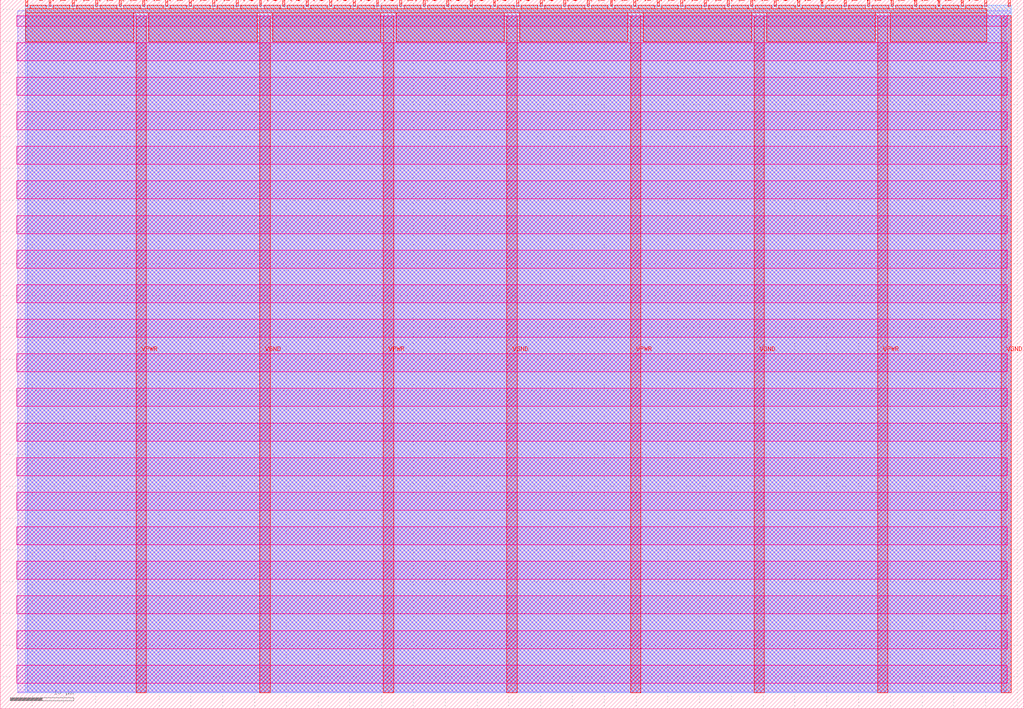
<source format=lef>
VERSION 5.7 ;
  NOWIREEXTENSIONATPIN ON ;
  DIVIDERCHAR "/" ;
  BUSBITCHARS "[]" ;
MACRO tt_um_wokwi_399163158804194305
  CLASS BLOCK ;
  FOREIGN tt_um_wokwi_399163158804194305 ;
  ORIGIN 0.000 0.000 ;
  SIZE 161.000 BY 111.520 ;
  PIN VGND
    DIRECTION INOUT ;
    USE GROUND ;
    PORT
      LAYER met4 ;
        RECT 40.830 2.480 42.430 109.040 ;
    END
    PORT
      LAYER met4 ;
        RECT 79.700 2.480 81.300 109.040 ;
    END
    PORT
      LAYER met4 ;
        RECT 118.570 2.480 120.170 109.040 ;
    END
    PORT
      LAYER met4 ;
        RECT 157.440 2.480 159.040 109.040 ;
    END
  END VGND
  PIN VPWR
    DIRECTION INOUT ;
    USE POWER ;
    PORT
      LAYER met4 ;
        RECT 21.395 2.480 22.995 109.040 ;
    END
    PORT
      LAYER met4 ;
        RECT 60.265 2.480 61.865 109.040 ;
    END
    PORT
      LAYER met4 ;
        RECT 99.135 2.480 100.735 109.040 ;
    END
    PORT
      LAYER met4 ;
        RECT 138.005 2.480 139.605 109.040 ;
    END
  END VPWR
  PIN clk
    DIRECTION INPUT ;
    USE SIGNAL ;
    ANTENNAGATEAREA 0.852000 ;
    PORT
      LAYER met4 ;
        RECT 154.870 110.520 155.170 111.520 ;
    END
  END clk
  PIN ena
    DIRECTION INPUT ;
    USE SIGNAL ;
    PORT
      LAYER met4 ;
        RECT 158.550 110.520 158.850 111.520 ;
    END
  END ena
  PIN rst_n
    DIRECTION INPUT ;
    USE SIGNAL ;
    PORT
      LAYER met4 ;
        RECT 151.190 110.520 151.490 111.520 ;
    END
  END rst_n
  PIN ui_in[0]
    DIRECTION INPUT ;
    USE SIGNAL ;
    ANTENNAGATEAREA 0.196500 ;
    PORT
      LAYER met4 ;
        RECT 147.510 110.520 147.810 111.520 ;
    END
  END ui_in[0]
  PIN ui_in[1]
    DIRECTION INPUT ;
    USE SIGNAL ;
    ANTENNAGATEAREA 0.196500 ;
    PORT
      LAYER met4 ;
        RECT 143.830 110.520 144.130 111.520 ;
    END
  END ui_in[1]
  PIN ui_in[2]
    DIRECTION INPUT ;
    USE SIGNAL ;
    ANTENNAGATEAREA 0.196500 ;
    PORT
      LAYER met4 ;
        RECT 140.150 110.520 140.450 111.520 ;
    END
  END ui_in[2]
  PIN ui_in[3]
    DIRECTION INPUT ;
    USE SIGNAL ;
    ANTENNAGATEAREA 0.196500 ;
    PORT
      LAYER met4 ;
        RECT 136.470 110.520 136.770 111.520 ;
    END
  END ui_in[3]
  PIN ui_in[4]
    DIRECTION INPUT ;
    USE SIGNAL ;
    ANTENNAGATEAREA 0.196500 ;
    PORT
      LAYER met4 ;
        RECT 132.790 110.520 133.090 111.520 ;
    END
  END ui_in[4]
  PIN ui_in[5]
    DIRECTION INPUT ;
    USE SIGNAL ;
    ANTENNAGATEAREA 0.196500 ;
    PORT
      LAYER met4 ;
        RECT 129.110 110.520 129.410 111.520 ;
    END
  END ui_in[5]
  PIN ui_in[6]
    DIRECTION INPUT ;
    USE SIGNAL ;
    ANTENNAGATEAREA 0.196500 ;
    PORT
      LAYER met4 ;
        RECT 125.430 110.520 125.730 111.520 ;
    END
  END ui_in[6]
  PIN ui_in[7]
    DIRECTION INPUT ;
    USE SIGNAL ;
    ANTENNAGATEAREA 0.196500 ;
    PORT
      LAYER met4 ;
        RECT 121.750 110.520 122.050 111.520 ;
    END
  END ui_in[7]
  PIN uio_in[0]
    DIRECTION INPUT ;
    USE SIGNAL ;
    ANTENNAGATEAREA 0.196500 ;
    PORT
      LAYER met4 ;
        RECT 118.070 110.520 118.370 111.520 ;
    END
  END uio_in[0]
  PIN uio_in[1]
    DIRECTION INPUT ;
    USE SIGNAL ;
    PORT
      LAYER met4 ;
        RECT 114.390 110.520 114.690 111.520 ;
    END
  END uio_in[1]
  PIN uio_in[2]
    DIRECTION INPUT ;
    USE SIGNAL ;
    PORT
      LAYER met4 ;
        RECT 110.710 110.520 111.010 111.520 ;
    END
  END uio_in[2]
  PIN uio_in[3]
    DIRECTION INPUT ;
    USE SIGNAL ;
    PORT
      LAYER met4 ;
        RECT 107.030 110.520 107.330 111.520 ;
    END
  END uio_in[3]
  PIN uio_in[4]
    DIRECTION INPUT ;
    USE SIGNAL ;
    PORT
      LAYER met4 ;
        RECT 103.350 110.520 103.650 111.520 ;
    END
  END uio_in[4]
  PIN uio_in[5]
    DIRECTION INPUT ;
    USE SIGNAL ;
    PORT
      LAYER met4 ;
        RECT 99.670 110.520 99.970 111.520 ;
    END
  END uio_in[5]
  PIN uio_in[6]
    DIRECTION INPUT ;
    USE SIGNAL ;
    PORT
      LAYER met4 ;
        RECT 95.990 110.520 96.290 111.520 ;
    END
  END uio_in[6]
  PIN uio_in[7]
    DIRECTION INPUT ;
    USE SIGNAL ;
    PORT
      LAYER met4 ;
        RECT 92.310 110.520 92.610 111.520 ;
    END
  END uio_in[7]
  PIN uio_oe[0]
    DIRECTION OUTPUT TRISTATE ;
    USE SIGNAL ;
    PORT
      LAYER met4 ;
        RECT 29.750 110.520 30.050 111.520 ;
    END
  END uio_oe[0]
  PIN uio_oe[1]
    DIRECTION OUTPUT TRISTATE ;
    USE SIGNAL ;
    PORT
      LAYER met4 ;
        RECT 26.070 110.520 26.370 111.520 ;
    END
  END uio_oe[1]
  PIN uio_oe[2]
    DIRECTION OUTPUT TRISTATE ;
    USE SIGNAL ;
    PORT
      LAYER met4 ;
        RECT 22.390 110.520 22.690 111.520 ;
    END
  END uio_oe[2]
  PIN uio_oe[3]
    DIRECTION OUTPUT TRISTATE ;
    USE SIGNAL ;
    PORT
      LAYER met4 ;
        RECT 18.710 110.520 19.010 111.520 ;
    END
  END uio_oe[3]
  PIN uio_oe[4]
    DIRECTION OUTPUT TRISTATE ;
    USE SIGNAL ;
    PORT
      LAYER met4 ;
        RECT 15.030 110.520 15.330 111.520 ;
    END
  END uio_oe[4]
  PIN uio_oe[5]
    DIRECTION OUTPUT TRISTATE ;
    USE SIGNAL ;
    PORT
      LAYER met4 ;
        RECT 11.350 110.520 11.650 111.520 ;
    END
  END uio_oe[5]
  PIN uio_oe[6]
    DIRECTION OUTPUT TRISTATE ;
    USE SIGNAL ;
    PORT
      LAYER met4 ;
        RECT 7.670 110.520 7.970 111.520 ;
    END
  END uio_oe[6]
  PIN uio_oe[7]
    DIRECTION OUTPUT TRISTATE ;
    USE SIGNAL ;
    PORT
      LAYER met4 ;
        RECT 3.990 110.520 4.290 111.520 ;
    END
  END uio_oe[7]
  PIN uio_out[0]
    DIRECTION OUTPUT TRISTATE ;
    USE SIGNAL ;
    PORT
      LAYER met4 ;
        RECT 59.190 110.520 59.490 111.520 ;
    END
  END uio_out[0]
  PIN uio_out[1]
    DIRECTION OUTPUT TRISTATE ;
    USE SIGNAL ;
    PORT
      LAYER met4 ;
        RECT 55.510 110.520 55.810 111.520 ;
    END
  END uio_out[1]
  PIN uio_out[2]
    DIRECTION OUTPUT TRISTATE ;
    USE SIGNAL ;
    PORT
      LAYER met4 ;
        RECT 51.830 110.520 52.130 111.520 ;
    END
  END uio_out[2]
  PIN uio_out[3]
    DIRECTION OUTPUT TRISTATE ;
    USE SIGNAL ;
    PORT
      LAYER met4 ;
        RECT 48.150 110.520 48.450 111.520 ;
    END
  END uio_out[3]
  PIN uio_out[4]
    DIRECTION OUTPUT TRISTATE ;
    USE SIGNAL ;
    ANTENNADIFFAREA 0.795200 ;
    PORT
      LAYER met4 ;
        RECT 44.470 110.520 44.770 111.520 ;
    END
  END uio_out[4]
  PIN uio_out[5]
    DIRECTION OUTPUT TRISTATE ;
    USE SIGNAL ;
    ANTENNADIFFAREA 0.445500 ;
    PORT
      LAYER met4 ;
        RECT 40.790 110.520 41.090 111.520 ;
    END
  END uio_out[5]
  PIN uio_out[6]
    DIRECTION OUTPUT TRISTATE ;
    USE SIGNAL ;
    PORT
      LAYER met4 ;
        RECT 37.110 110.520 37.410 111.520 ;
    END
  END uio_out[6]
  PIN uio_out[7]
    DIRECTION OUTPUT TRISTATE ;
    USE SIGNAL ;
    PORT
      LAYER met4 ;
        RECT 33.430 110.520 33.730 111.520 ;
    END
  END uio_out[7]
  PIN uo_out[0]
    DIRECTION OUTPUT TRISTATE ;
    USE SIGNAL ;
    ANTENNADIFFAREA 0.445500 ;
    PORT
      LAYER met4 ;
        RECT 88.630 110.520 88.930 111.520 ;
    END
  END uo_out[0]
  PIN uo_out[1]
    DIRECTION OUTPUT TRISTATE ;
    USE SIGNAL ;
    ANTENNADIFFAREA 0.445500 ;
    PORT
      LAYER met4 ;
        RECT 84.950 110.520 85.250 111.520 ;
    END
  END uo_out[1]
  PIN uo_out[2]
    DIRECTION OUTPUT TRISTATE ;
    USE SIGNAL ;
    ANTENNADIFFAREA 0.795200 ;
    PORT
      LAYER met4 ;
        RECT 81.270 110.520 81.570 111.520 ;
    END
  END uo_out[2]
  PIN uo_out[3]
    DIRECTION OUTPUT TRISTATE ;
    USE SIGNAL ;
    ANTENNADIFFAREA 0.795200 ;
    PORT
      LAYER met4 ;
        RECT 77.590 110.520 77.890 111.520 ;
    END
  END uo_out[3]
  PIN uo_out[4]
    DIRECTION OUTPUT TRISTATE ;
    USE SIGNAL ;
    ANTENNADIFFAREA 0.445500 ;
    PORT
      LAYER met4 ;
        RECT 73.910 110.520 74.210 111.520 ;
    END
  END uo_out[4]
  PIN uo_out[5]
    DIRECTION OUTPUT TRISTATE ;
    USE SIGNAL ;
    ANTENNADIFFAREA 0.445500 ;
    PORT
      LAYER met4 ;
        RECT 70.230 110.520 70.530 111.520 ;
    END
  END uo_out[5]
  PIN uo_out[6]
    DIRECTION OUTPUT TRISTATE ;
    USE SIGNAL ;
    ANTENNADIFFAREA 0.445500 ;
    PORT
      LAYER met4 ;
        RECT 66.550 110.520 66.850 111.520 ;
    END
  END uo_out[6]
  PIN uo_out[7]
    DIRECTION OUTPUT TRISTATE ;
    USE SIGNAL ;
    ANTENNADIFFAREA 0.445500 ;
    PORT
      LAYER met4 ;
        RECT 62.870 110.520 63.170 111.520 ;
    END
  END uo_out[7]
  OBS
      LAYER nwell ;
        RECT 2.570 107.385 158.430 108.990 ;
        RECT 2.570 101.945 158.430 104.775 ;
        RECT 2.570 96.505 158.430 99.335 ;
        RECT 2.570 91.065 158.430 93.895 ;
        RECT 2.570 85.625 158.430 88.455 ;
        RECT 2.570 80.185 158.430 83.015 ;
        RECT 2.570 74.745 158.430 77.575 ;
        RECT 2.570 69.305 158.430 72.135 ;
        RECT 2.570 63.865 158.430 66.695 ;
        RECT 2.570 58.425 158.430 61.255 ;
        RECT 2.570 52.985 158.430 55.815 ;
        RECT 2.570 47.545 158.430 50.375 ;
        RECT 2.570 42.105 158.430 44.935 ;
        RECT 2.570 36.665 158.430 39.495 ;
        RECT 2.570 31.225 158.430 34.055 ;
        RECT 2.570 25.785 158.430 28.615 ;
        RECT 2.570 20.345 158.430 23.175 ;
        RECT 2.570 14.905 158.430 17.735 ;
        RECT 2.570 9.465 158.430 12.295 ;
        RECT 2.570 4.025 158.430 6.855 ;
      LAYER li1 ;
        RECT 2.760 2.635 158.240 108.885 ;
      LAYER met1 ;
        RECT 2.760 2.480 159.040 109.780 ;
      LAYER met2 ;
        RECT 4.230 2.535 159.010 110.685 ;
      LAYER met3 ;
        RECT 3.950 2.555 159.030 110.665 ;
      LAYER met4 ;
        RECT 4.690 110.120 7.270 110.665 ;
        RECT 8.370 110.120 10.950 110.665 ;
        RECT 12.050 110.120 14.630 110.665 ;
        RECT 15.730 110.120 18.310 110.665 ;
        RECT 19.410 110.120 21.990 110.665 ;
        RECT 23.090 110.120 25.670 110.665 ;
        RECT 26.770 110.120 29.350 110.665 ;
        RECT 30.450 110.120 33.030 110.665 ;
        RECT 34.130 110.120 36.710 110.665 ;
        RECT 37.810 110.120 40.390 110.665 ;
        RECT 41.490 110.120 44.070 110.665 ;
        RECT 45.170 110.120 47.750 110.665 ;
        RECT 48.850 110.120 51.430 110.665 ;
        RECT 52.530 110.120 55.110 110.665 ;
        RECT 56.210 110.120 58.790 110.665 ;
        RECT 59.890 110.120 62.470 110.665 ;
        RECT 63.570 110.120 66.150 110.665 ;
        RECT 67.250 110.120 69.830 110.665 ;
        RECT 70.930 110.120 73.510 110.665 ;
        RECT 74.610 110.120 77.190 110.665 ;
        RECT 78.290 110.120 80.870 110.665 ;
        RECT 81.970 110.120 84.550 110.665 ;
        RECT 85.650 110.120 88.230 110.665 ;
        RECT 89.330 110.120 91.910 110.665 ;
        RECT 93.010 110.120 95.590 110.665 ;
        RECT 96.690 110.120 99.270 110.665 ;
        RECT 100.370 110.120 102.950 110.665 ;
        RECT 104.050 110.120 106.630 110.665 ;
        RECT 107.730 110.120 110.310 110.665 ;
        RECT 111.410 110.120 113.990 110.665 ;
        RECT 115.090 110.120 117.670 110.665 ;
        RECT 118.770 110.120 121.350 110.665 ;
        RECT 122.450 110.120 125.030 110.665 ;
        RECT 126.130 110.120 128.710 110.665 ;
        RECT 129.810 110.120 132.390 110.665 ;
        RECT 133.490 110.120 136.070 110.665 ;
        RECT 137.170 110.120 139.750 110.665 ;
        RECT 140.850 110.120 143.430 110.665 ;
        RECT 144.530 110.120 147.110 110.665 ;
        RECT 148.210 110.120 150.790 110.665 ;
        RECT 151.890 110.120 154.470 110.665 ;
        RECT 3.975 109.440 155.185 110.120 ;
        RECT 3.975 104.895 20.995 109.440 ;
        RECT 23.395 104.895 40.430 109.440 ;
        RECT 42.830 104.895 59.865 109.440 ;
        RECT 62.265 104.895 79.300 109.440 ;
        RECT 81.700 104.895 98.735 109.440 ;
        RECT 101.135 104.895 118.170 109.440 ;
        RECT 120.570 104.895 137.605 109.440 ;
        RECT 140.005 104.895 155.185 109.440 ;
  END
END tt_um_wokwi_399163158804194305
END LIBRARY


</source>
